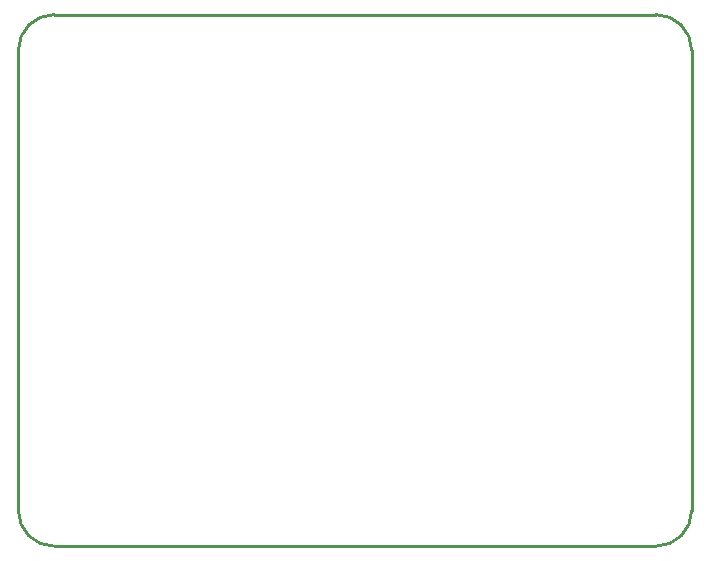
<source format=gbr>
G04 #@! TF.GenerationSoftware,KiCad,Pcbnew,(5.1.5)-3*
G04 #@! TF.CreationDate,2020-02-07T13:22:38-05:00*
G04 #@! TF.ProjectId,Flash Memory BoB,466c6173-6820-44d6-956d-6f727920426f,rev?*
G04 #@! TF.SameCoordinates,Original*
G04 #@! TF.FileFunction,Profile,NP*
%FSLAX46Y46*%
G04 Gerber Fmt 4.6, Leading zero omitted, Abs format (unit mm)*
G04 Created by KiCad (PCBNEW (5.1.5)-3) date 2020-02-07 13:22:38*
%MOMM*%
%LPD*%
G04 APERTURE LIST*
%ADD10C,0.250000*%
G04 APERTURE END LIST*
D10*
X82000000Y-80000000D02*
G75*
G02X79000000Y-77000000I0J3000000D01*
G01*
X136000000Y-77000000D02*
G75*
G02X133000000Y-80000000I-3000000J0D01*
G01*
X133000000Y-35000000D02*
G75*
G02X136000000Y-38000000I0J-3000000D01*
G01*
X79000000Y-38000000D02*
G75*
G02X82000000Y-35000000I3000000J0D01*
G01*
X79000000Y-77000000D02*
X79000000Y-38000000D01*
X133000000Y-80000000D02*
X82000000Y-80000000D01*
X136000000Y-38000000D02*
X136000000Y-77000000D01*
X82000000Y-35000000D02*
X133000000Y-35000000D01*
M02*

</source>
